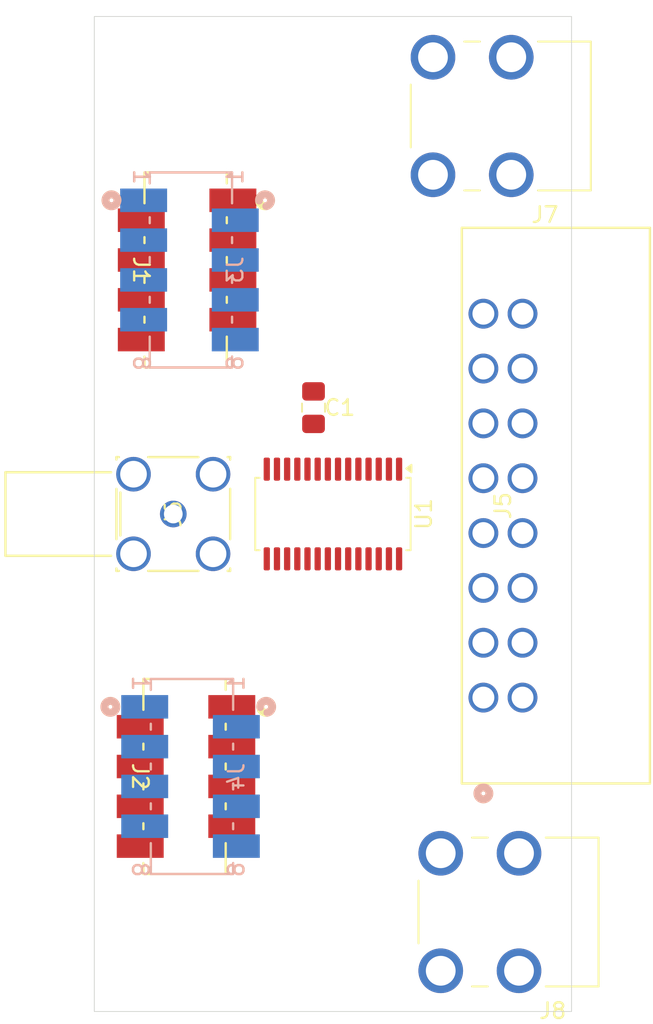
<source format=kicad_pcb>
(kicad_pcb (version 20241229) (generator "pcbnew") (generator_version "9.0")
  (layers (0 "F.Cu" signal) (2 "B.Cu" signal) (13 "F.Paste" user) (15 "B.Paste" user) (5 "F.SilkS" user "F.Silkscreen") (7 "B.SilkS" user "B.Silkscreen") (1 "F.Mask" user) (3 "B.Mask" user) (25 "Edge.Cuts" user))
  (net 0 "")
  (net 1 "+5V")
  (net 2 "Net-(U1-VPOS)")
  (net 3 "/A3")
  (net 4 "/A1")
  (net 5 "GND")
  (net 6 "/A0")
  (net 7 "/A2")
  (net 8 "/Enable")
  (net 9 "/Mux10")
  (net 10 "/Mux9")
  (net 11 "/Mux15")
  (net 12 "/Mux5")
  (net 13 "/Mux14")
  (net 14 "/Mux16")
  (net 15 "/Mux12")
  (net 16 "/Mux7")
  (net 17 "/Mux2")
  (net 18 "/Mux6")
  (net 19 "/Mux4")
  (net 20 "/Mux13")
  (net 21 "/Mux1")
  (net 22 "/Mux3")
  (net 23 "/Mux8")
  (net 24 "/Mux11")
  (net 25 "Net-(J6-In)")
  (footprint "Footprints:CONN_1787072_PXC" (layer "F.Cu") (at 154.8216 104.891601 90)
    (property "Reference" "J5" (at 12.250001 1.25 90) (layer "F.SilkS"))
    (property "Value" "1787072")
    (fp_line (start 29.979201 -1.377) (end -5.479199 -1.377) (stroke (width 0.1524)) (layer "F.SilkS"))
    (fp_line (start -5.479199 -1.377) (end -5.479199 10.6372) (stroke (width 0.1524)) (layer "F.SilkS"))
    (fp_line (start 29.979201 10.6372) (end 29.979201 -1.377) (stroke (width 0.1524)) (layer "F.SilkS"))
    (fp_line (start -5.479199 10.6372) (end 29.979201 10.6372) (stroke (width 0.1524)) (layer "F.SilkS"))
    (fp_circle (center -6.114199 0) (end -5.733199 0) (stroke (width 0.508)) (fill no) (layer "F.SilkS"))
    (fp_circle (center -6.114199 0) (end -5.733199 0) (stroke (width 0.508)) (fill no) (layer "B.SilkS"))
    (pad "1" thru_hole circle (at 0 0 90) (size 1.905 1.905) (drill 1.397) (layers "*.Cu" "*.Mask") (net 21 "/Mux1"))
    (pad "2" thru_hole circle (at 0 2.5 90) (size 1.905 1.905) (drill 1.397) (layers "*.Cu" "*.Mask") (net 17 "/Mux2"))
    (pad "3" thru_hole circle (at 3.500001 0 90) (size 1.905 1.905) (drill 1.397) (layers "*.Cu" "*.Mask") (net 22 "/Mux3"))
    (pad "4" thru_hole circle (at 3.500001 2.5 90) (size 1.905 1.905) (drill 1.397) (layers "*.Cu" "*.Mask") (net 19 "/Mux4"))
    (pad "5" thru_hole circle (at 7.000001 0 90) (size 1.905 1.905) (drill 1.397) (layers "*.Cu" "*.Mask") (net 12 "/Mux5"))
    (pad "6" thru_hole circle (at 7.000001 2.5 90) (size 1.905 1.905) (drill 1.397) (layers "*.Cu" "*.Mask") (net 18 "/Mux6"))
    (pad "7" thru_hole circle (at 10.500002 0 90) (size 1.905 1.905) (drill 1.397) (layers "*.Cu" "*.Mask") (net 16 "/Mux7"))
    (pad "8" thru_hole circle (at 10.500002 2.5 90) (size 1.905 1.905) (drill 1.397) (layers "*.Cu" "*.Mask") (net 23 "/Mux8"))
    (pad "9" thru_hole circle (at 14.000003 0 90) (size 1.905 1.905) (drill 1.397) (layers "*.Cu" "*.Mask") (net 10 "/Mux9"))
    (pad "10" thru_hole circle (at 14.000003 2.5 90) (size 1.905 1.905) (drill 1.397) (layers "*.Cu" "*.Mask") (net 9 "/Mux10"))
    (pad "11" thru_hole circle (at 17.500003 0 90) (size 1.905 1.905) (drill 1.397) (layers "*.Cu" "*.Mask") (net 24 "/Mux11"))
    (pad "12" thru_hole circle (at 17.500003 2.5 90) (size 1.905 1.905) (drill 1.397) (layers "*.Cu" "*.Mask") (net 15 "/Mux12"))
    (pad "13" thru_hole circle (at 21.000004 0 90) (size 1.905 1.905) (drill 1.397) (layers "*.Cu" "*.Mask") (net 20 "/Mux13"))
    (pad "14" thru_hole circle (at 21.000004 2.5 90) (size 1.905 1.905) (drill 1.397) (layers "*.Cu" "*.Mask") (net 13 "/Mux14"))
    (pad "15" thru_hole circle (at 24.500005 0 90) (size 1.905 1.905) (drill 1.397) (layers "*.Cu" "*.Mask") (net 11 "/Mux15"))
    (pad "16" thru_hole circle (at 24.500005 2.5 90) (size 1.905 1.905) (drill 1.397) (layers "*.Cu" "*.Mask") (net 14 "/Mux16"))
  )
  (footprint "Footprints:CONN_7-188275-8_TYC" (layer "F.Cu") (at 132.902463 105.48 -90)
    (property "Reference" "J2" (at 4.445 0 270) (layer "F.SilkS"))
    (property "Value" "MircoMatch")
    (fp_line (start -1.778 -0.2032) (end 0.18796 -0.2032) (stroke (width 0.1524)) (layer "F.SilkS"))
    (fp_line (start 2.35204 -0.2032) (end 2.72796 -0.2032) (stroke (width 0.1524)) (layer "F.SilkS"))
    (fp_line (start 4.89204 -0.2032) (end 5.26796 -0.2032) (stroke (width 0.1524)) (layer "F.SilkS"))
    (fp_line (start 7.43204 -0.2032) (end 7.80796 -0.2032) (stroke (width 0.1524)) (layer "F.SilkS"))
    (fp_line (start 9.97204 -0.2032) (end 10.668 -0.2032) (stroke (width 0.1524)) (layer "F.SilkS"))
    (fp_line (start 10.668 -0.2032) (end 10.668 -5.461) (stroke (width 0.1524)) (layer "F.SilkS"))
    (fp_line (start -1.778 -5.461) (end -1.778 -0.2032) (stroke (width 0.1524)) (layer "F.SilkS"))
    (fp_line (start -1.08204 -5.461) (end -1.778 -5.461) (stroke (width 0.1524)) (layer "F.SilkS"))
    (fp_line (start 1.45796 -5.461) (end 1.08204 -5.461) (stroke (width 0.1524)) (layer "F.SilkS"))
    (fp_line (start 3.99796 -5.461) (end 3.62204 -5.461) (stroke (width 0.1524)) (layer "F.SilkS"))
    (fp_line (start 6.53796 -5.461) (end 6.16204 -5.461) (stroke (width 0.1524)) (layer "F.SilkS"))
    (fp_line (start 10.668 -5.461) (end 8.70204 -5.461) (stroke (width 0.1524)) (layer "F.SilkS"))
    (fp_arc (start 0.372066 1.987025) (mid -0.300348 2.139418) (end 0.0108 1.524153) (stroke (width 0.508)) (layer "F.SilkS"))
    (fp_circle (center 0 1.905) (end 0.381 1.905) (stroke (width 0.508)) (fill no) (layer "B.SilkS"))
    (fp_text user "8" (at 10.3886 0 270) (layer "F.SilkS"))
    (fp_text user "8" (at 10.3886 0 270) (layer "F.SilkS"))
    (fp_text user "1" (at -1.4986 0 270) (layer "F.SilkS"))
    (fp_text user "1" (at -1.4986 0 270) (layer "F.SilkS"))
    (fp_text user "8" (at 10.3886 0 270) (layer "B.SilkS"))
    (fp_text user "1" (at -1.4986 0 270) (layer "B.SilkS"))
    (fp_text user "1" (at -1.4986 0 270) (layer "B.SilkS"))
    (fp_text user "8" (at 10.3886 0 270) (layer "B.SilkS"))
    (pad "1" smd rect (at 0 -5.849874 270) (size 1.4986 2.9972) (layers "F.Cu" "F.Mask" "F.Paste") (net 1 "+5V"))
    (pad "2" smd rect (at 1.27 0 270) (size 1.4986 2.9972) (layers "F.Cu" "F.Mask" "F.Paste") (net 1 "+5V"))
    (pad "3" smd rect (at 2.54 -5.849874 270) (size 1.4986 2.9972) (layers "F.Cu" "F.Mask" "F.Paste") (net 8 "/Enable"))
    (pad "4" smd rect (at 3.81 0 270) (size 1.4986 2.9972) (layers "F.Cu" "F.Mask" "F.Paste") (net 6 "/A0"))
    (pad "5" smd rect (at 5.08 -5.849874 270) (size 1.4986 2.9972) (layers "F.Cu" "F.Mask" "F.Paste") (net 4 "/A1"))
    (pad "6" smd rect (at 6.35 0 270) (size 1.4986 2.9972) (layers "F.Cu" "F.Mask" "F.Paste") (net 7 "/A2"))
    (pad "7" smd rect (at 7.62 -5.849874 270) (size 1.4986 2.9972) (layers "F.Cu" "F.Mask" "F.Paste") (net 3 "/A3"))
    (pad "8" smd rect (at 8.89 0 270) (size 1.4986 2.9972) (layers "F.Cu" "F.Mask" "F.Paste") (net 5 "GND"))
  )
  (footprint "Footprints:KEYSTONE_7792" (layer "F.Cu") (at 154.1018 67.775 180)
    (property "Reference" "J7" (at -4.655 -6.305 180) (layer "F.SilkS"))
    (property "Value" "Keystone 7792")
    (fp_line (start 3.92 -2) (end 3.92 2) (stroke (width 0.127)) (layer "F.SilkS"))
    (fp_line (start 0.5 4.75) (end -0.5 4.75) (stroke (width 0.127)) (layer "F.SilkS"))
    (fp_line (start 0.5 -4.75) (end -0.5 -4.75) (stroke (width 0.127)) (layer "F.SilkS"))
    (fp_line (start -4.21 -4.75) (end -7.58 -4.75) (stroke (width 0.127)) (layer "F.SilkS"))
    (fp_line (start -7.58 4.75) (end -4.21 4.75) (stroke (width 0.127)) (layer "F.SilkS"))
    (fp_line (start -7.58 -4.75) (end -7.58 4.75) (stroke (width 0.127)) (layer "F.SilkS"))
    (pad "1_1" thru_hole circle (at -2.5 -3.75 180) (size 2.85 2.85) (drill 1.9) (layers "*.Cu" "*.Mask"))
    (pad "1_2" thru_hole circle (at 2.5 -3.75 180) (size 2.85 2.85) (drill 1.9) (layers "*.Cu" "*.Mask"))
    (pad "1_3" thru_hole circle (at -2.5 3.75 180) (size 2.85 2.85) (drill 1.9) (layers "*.Cu" "*.Mask"))
    (pad "1_4" thru_hole circle (at 2.5 3.75 180) (size 2.85 2.85) (drill 1.9) (layers "*.Cu" "*.Mask"))
  )
  (footprint "Footprints:CONN_7-188275-8_TYC" (layer "F.Cu") (at 132.9718 73.155 -90)
    (property "Reference" "J1" (at 4.445 0 270) (layer "F.SilkS"))
    (property "Value" "MircoMatch")
    (fp_line (start -1.778 -0.2032) (end 0.18796 -0.2032) (stroke (width 0.1524)) (layer "F.SilkS"))
    (fp_line (start 2.35204 -0.2032) (end 2.72796 -0.2032) (stroke (width 0.1524)) (layer "F.SilkS"))
    (fp_line (start 4.89204 -0.2032) (end 5.26796 -0.2032) (stroke (width 0.1524)) (layer "F.SilkS"))
    (fp_line (start 7.43204 -0.2032) (end 7.80796 -0.2032) (stroke (width 0.1524)) (layer "F.SilkS"))
    (fp_line (start 9.97204 -0.2032) (end 10.668 -0.2032) (stroke (width 0.1524)) (layer "F.SilkS"))
    (fp_line (start 10.668 -0.2032) (end 10.668 -5.461) (stroke (width 0.1524)) (layer "F.SilkS"))
    (fp_line (start -1.778 -5.461) (end -1.778 -0.2032) (stroke (width 0.1524)) (layer "F.SilkS"))
    (fp_line (start -1.08204 -5.461) (end -1.778 -5.461) (stroke (width 0.1524)) (layer "F.SilkS"))
    (fp_line (start 1.45796 -5.461) (end 1.08204 -5.461) (stroke (width 0.1524)) (layer "F.SilkS"))
    (fp_line (start 3.99796 -5.461) (end 3.62204 -5.461) (stroke (width 0.1524)) (layer "F.SilkS"))
    (fp_line (start 6.53796 -5.461) (end 6.16204 -5.461) (stroke (width 0.1524)) (layer "F.SilkS"))
    (fp_line (start 10.668 -5.461) (end 8.70204 -5.461) (stroke (width 0.1524)) (layer "F.SilkS"))
    (fp_arc (start 0.372066 1.987025) (mid -0.300348 2.139418) (end 0.0108 1.524153) (stroke (width 0.508)) (layer "F.SilkS"))
    (fp_circle (center 0 1.905) (end 0.381 1.905) (stroke (width 0.508)) (fill no) (layer "B.SilkS"))
    (fp_text user "1" (at -1.4986 0 270) (layer "F.SilkS"))
    (fp_text user "8" (at 10.3886 0 270) (layer "F.SilkS"))
    (fp_text user "8" (at 10.3886 0 270) (layer "F.SilkS"))
    (fp_text user "1" (at -1.4986 0 270) (layer "F.SilkS"))
    (fp_text user "1" (at -1.4986 0 270) (layer "B.SilkS"))
    (fp_text user "8" (at 10.3886 0 270) (layer "B.SilkS"))
    (fp_text user "8" (at 10.3886 0 270) (layer "B.SilkS"))
    (fp_text user "1" (at -1.4986 0 270) (layer "B.SilkS"))
    (pad "1" smd rect (at 0 -5.849874 270) (size 1.4986 2.9972) (layers "F.Cu" "F.Mask" "F.Paste") (net 1 "+5V"))
    (pad "2" smd rect (at 1.27 0 270) (size 1.4986 2.9972) (layers "F.Cu" "F.Mask" "F.Paste") (net 1 "+5V"))
    (pad "3" smd rect (at 2.54 -5.849874 270) (size 1.4986 2.9972) (layers "F.Cu" "F.Mask" "F.Paste") (net 8 "/Enable"))
    (pad "4" smd rect (at 3.81 0 270) (size 1.4986 2.9972) (layers "F.Cu" "F.Mask" "F.Paste") (net 6 "/A0"))
    (pad "5" smd rect (at 5.08 -5.849874 270) (size 1.4986 2.9972) (layers "F.Cu" "F.Mask" "F.Paste") (net 4 "/A1"))
    (pad "6" smd rect (at 6.35 0 270) (size 1.4986 2.9972) (layers "F.Cu" "F.Mask" "F.Paste") (net 7 "/A2"))
    (pad "7" smd rect (at 7.62 -5.849874 270) (size 1.4986 2.9972) (layers "F.Cu" "F.Mask" "F.Paste") (net 3 "/A3"))
    (pad "8" smd rect (at 8.89 0 270) (size 1.4986 2.9972) (layers "F.Cu" "F.Mask" "F.Paste") (net 5 "GND"))
  )
  (footprint "Capacitor_SMD:C_0805_2012Metric_Pad1.18x1.45mm_HandSolder" (layer "F.Cu") (at 143.9718 86.3875 -90)
    (property "Reference" "C1" (at 0 -1.68 180) (layer "F.SilkS"))
    (property "Value" "100nF")
    (fp_line (start -0.261252 0.735) (end 0.261252 0.735) (stroke (width 0.12)) (layer "F.SilkS"))
    (fp_line (start -0.261252 -0.735) (end 0.261252 -0.735) (stroke (width 0.12)) (layer "F.SilkS"))
    (pad "1" smd roundrect (at -1.0375 0 270) (size 1.175 1.45) (layers "F.Cu" "F.Mask" "F.Paste") (roundrect_rratio 0.212766) (net 1 "+5V"))
    (pad "2" smd roundrect (at 1.0375 0 270) (size 1.175 1.45) (layers "F.Cu" "F.Mask" "F.Paste") (roundrect_rratio 0.212766) (net 2 "Net-(U1-VPOS)"))
  )
  (footprint "Package_SO:TSSOP-28_4.4x9.7mm_P0.65mm" (layer "F.Cu") (at 145.2118 93.175 -90)
    (property "Reference" "U1" (at 0 -5.8 90) (layer "F.SilkS"))
    (property "Value" "DG1206EUI+")
    (fp_line (start -2.31 4.96) (end -2.31 4.685) (stroke (width 0.12)) (layer "F.SilkS"))
    (fp_line (start 0 4.96) (end -2.31 4.96) (stroke (width 0.12)) (layer "F.SilkS"))
    (fp_line (start 0 4.96) (end 2.31 4.96) (stroke (width 0.12)) (layer "F.SilkS"))
    (fp_line (start 2.31 4.96) (end 2.31 4.685) (stroke (width 0.12)) (layer "F.SilkS"))
    (fp_line (start -2.31 -4.96) (end -2.31 -4.685) (stroke (width 0.12)) (layer "F.SilkS"))
    (fp_line (start 0 -4.96) (end -2.31 -4.96) (stroke (width 0.12)) (layer "F.SilkS"))
    (fp_line (start 0 -4.96) (end 2.31 -4.96) (stroke (width 0.12)) (layer "F.SilkS"))
    (fp_line (start 2.31 -4.96) (end 2.31 -4.685) (stroke (width 0.12)) (layer "F.SilkS"))
    (fp_poly (pts (xy -2.9 -4.685) (xy -3.14 -5.015) (xy -2.66 -5.015)) (stroke (width 0.12)) (fill yes) (layer "F.SilkS"))
    (pad "1" smd roundrect (at -2.8625 -4.225 270) (size 1.475 0.4) (layers "F.Cu" "F.Mask" "F.Paste") (net 2 "Net-(U1-VPOS)"))
    (pad "2" smd roundrect (at -2.8625 -3.575 270) (size 1.475 0.4) (layers "F.Cu" "F.Mask" "F.Paste"))
    (pad "3" smd roundrect (at -2.8625 -2.925 270) (size 1.475 0.4) (layers "F.Cu" "F.Mask" "F.Paste"))
    (pad "4" smd roundrect (at -2.8625 -2.275 270) (size 1.475 0.4) (layers "F.Cu" "F.Mask" "F.Paste") (net 14 "/Mux16"))
    (pad "5" smd roundrect (at -2.8625 -1.625 270) (size 1.475 0.4) (layers "F.Cu" "F.Mask" "F.Paste") (net 11 "/Mux15"))
    (pad "6" smd roundrect (at -2.8625 -0.975 270) (size 1.475 0.4) (layers "F.Cu" "F.Mask" "F.Paste") (net 13 "/Mux14"))
    (pad "7" smd roundrect (at -2.8625 -0.325 270) (size 1.475 0.4) (layers "F.Cu" "F.Mask" "F.Paste") (net 20 "/Mux13"))
    (pad "8" smd roundrect (at -2.8625 0.325 270) (size 1.475 0.4) (layers "F.Cu" "F.Mask" "F.Paste") (net 15 "/Mux12"))
    (pad "9" smd roundrect (at -2.8625 0.975 270) (size 1.475 0.4) (layers "F.Cu" "F.Mask" "F.Paste") (net 24 "/Mux11"))
    (pad "10" smd roundrect (at -2.8625 1.625 270) (size 1.475 0.4) (layers "F.Cu" "F.Mask" "F.Paste") (net 9 "/Mux10"))
    (pad "11" smd roundrect (at -2.8625 2.275 270) (size 1.475 0.4) (layers "F.Cu" "F.Mask" "F.Paste") (net 10 "/Mux9"))
    (pad "12" smd roundrect (at -2.8625 2.925 270) (size 1.475 0.4) (layers "F.Cu" "F.Mask" "F.Paste") (net 5 "GND"))
    (pad "13" smd roundrect (at -2.8625 3.575 270) (size 1.475 0.4) (layers "F.Cu" "F.Mask" "F.Paste"))
    (pad "14" smd roundrect (at -2.8625 4.225 270) (size 1.475 0.4) (layers "F.Cu" "F.Mask" "F.Paste") (net 3 "/A3"))
    (pad "15" smd roundrect (at 2.8625 4.225 270) (size 1.475 0.4) (layers "F.Cu" "F.Mask" "F.Paste") (net 7 "/A2"))
    (pad "16" smd roundrect (at 2.8625 3.575 270) (size 1.475 0.4) (layers "F.Cu" "F.Mask" "F.Paste") (net 4 "/A1"))
    (pad "17" smd roundrect (at 2.8625 2.925 270) (size 1.475 0.4) (layers "F.Cu" "F.Mask" "F.Paste") (net 6 "/A0"))
    (pad "18" smd roundrect (at 2.8625 2.275 270) (size 1.475 0.4) (layers "F.Cu" "F.Mask" "F.Paste") (net 8 "/Enable"))
    (pad "19" smd roundrect (at 2.8625 1.625 270) (size 1.475 0.4) (layers "F.Cu" "F.Mask" "F.Paste") (net 21 "/Mux1"))
    (pad "20" smd roundrect (at 2.8625 0.975 270) (size 1.475 0.4) (layers "F.Cu" "F.Mask" "F.Paste") (net 17 "/Mux2"))
    (pad "21" smd roundrect (at 2.8625 0.325 270) (size 1.475 0.4) (layers "F.Cu" "F.Mask" "F.Paste") (net 22 "/Mux3"))
    (pad "22" smd roundrect (at 2.8625 -0.325 270) (size 1.475 0.4) (layers "F.Cu" "F.Mask" "F.Paste") (net 19 "/Mux4"))
    (pad "23" smd roundrect (at 2.8625 -0.975 270) (size 1.475 0.4) (layers "F.Cu" "F.Mask" "F.Paste") (net 12 "/Mux5"))
    (pad "24" smd roundrect (at 2.8625 -1.625 270) (size 1.475 0.4) (layers "F.Cu" "F.Mask" "F.Paste") (net 18 "/Mux6"))
    (pad "25" smd roundrect (at 2.8625 -2.275 270) (size 1.475 0.4) (layers "F.Cu" "F.Mask" "F.Paste") (net 16 "/Mux7"))
    (pad "26" smd roundrect (at 2.8625 -2.925 270) (size 1.475 0.4) (layers "F.Cu" "F.Mask" "F.Paste") (net 23 "/Mux8"))
    (pad "27" smd roundrect (at 2.8625 -3.575 270) (size 1.475 0.4) (layers "F.Cu" "F.Mask" "F.Paste") (net 5 "GND"))
    (pad "28" smd roundrect (at 2.8625 -4.225 270) (size 1.475 0.4) (layers "F.Cu" "F.Mask" "F.Paste") (net 25 "Net-(J6-In)"))
  )
  (footprint "Footprints:KEYSTONE_7792" (layer "F.Cu") (at 154.5968 118.575 180)
    (property "Reference" "J8" (at -4.655 -6.305 0) (layer "F.SilkS"))
    (property "Value" "Keystone 7792")
    (fp_line (start 3.92 -2) (end 3.92 2) (stroke (width 0.127)) (layer "F.SilkS"))
    (fp_line (start 0.5 4.75) (end -0.5 4.75) (stroke (width 0.127)) (layer "F.SilkS"))
    (fp_line (start 0.5 -4.75) (end -0.5 -4.75) (stroke (width 0.127)) (layer "F.SilkS"))
    (fp_line (start -4.21 -4.75) (end -7.58 -4.75) (stroke (width 0.127)) (layer "F.SilkS"))
    (fp_line (start -7.58 4.75) (end -4.21 4.75) (stroke (width 0.127)) (layer "F.SilkS"))
    (fp_line (start -7.58 -4.75) (end -7.58 4.75) (stroke (width 0.127)) (layer "F.SilkS"))
    (pad "1_1" thru_hole circle (at -2.5 -3.75 180) (size 2.85 2.85) (drill 1.9) (layers "*.Cu" "*.Mask"))
    (pad "1_2" thru_hole circle (at 2.5 -3.75 180) (size 2.85 2.85) (drill 1.9) (layers "*.Cu" "*.Mask"))
    (pad "1_3" thru_hole circle (at -2.5 3.75 180) (size 2.85 2.85) (drill 1.9) (layers "*.Cu" "*.Mask"))
    (pad "1_4" thru_hole circle (at 2.5 3.75 180) (size 2.85 2.85) (drill 1.9) (layers "*.Cu" "*.Mask"))
  )
  (footprint "Footprints:CONN_142146_AMP" (layer "F.Cu") (at 135.0151 93.175 90)
    (property "Reference" "J6" (at 0 0 90) (layer "F.SilkS"))
    (property "Value" "SMB")
    (fp_line (start 2.667 -10.7188) (end -2.667 -10.7188) (stroke (width 0.1524)) (layer "F.SilkS"))
    (fp_line (start -2.667 -10.7188) (end -2.667 -3.972019) (stroke (width 0.1524)) (layer "F.SilkS"))
    (fp_line (start 2.667 -3.972019) (end 2.667 -10.7188) (stroke (width 0.1524)) (layer "F.SilkS"))
    (fp_line (start 3.6322 -3.6322) (end 3.47483 -3.6322) (stroke (width 0.1524)) (layer "F.SilkS"))
    (fp_line (start 1.60517 -3.6322) (end -1.60517 -3.6322) (stroke (width 0.1524)) (layer "F.SilkS"))
    (fp_line (start -3.47483 -3.6322) (end -3.6322 -3.6322) (stroke (width 0.1524)) (layer "F.SilkS"))
    (fp_line (start -3.6322 -3.6322) (end -3.6322 -3.47483) (stroke (width 0.1524)) (layer "F.SilkS"))
    (fp_line (start 3.6322 -3.47483) (end 3.6322 -3.6322) (stroke (width 0.1524)) (layer "F.SilkS"))
    (fp_line (start -1.371998 -3.3782) (end 1.371998 -3.3782) (stroke (width 0.1524)) (layer "F.SilkS"))
    (fp_line (start -3.6322 -1.60517) (end -3.6322 1.60517) (stroke (width 0.1524)) (layer "F.SilkS"))
    (fp_line (start 3.6322 1.60517) (end 3.6322 -1.60517) (stroke (width 0.1524)) (layer "F.SilkS"))
    (fp_line (start -3.6322 3.47483) (end -3.6322 3.6322) (stroke (width 0.1524)) (layer "F.SilkS"))
    (fp_line (start 3.6322 3.6322) (end 3.6322 3.47483) (stroke (width 0.1524)) (layer "F.SilkS"))
    (fp_line (start 3.47483 3.6322) (end 3.6322 3.6322) (stroke (width 0.1524)) (layer "F.SilkS"))
    (fp_line (start -1.60517 3.6322) (end 1.60517 3.6322) (stroke (width 0.1524)) (layer "F.SilkS"))
    (fp_line (start -3.6322 3.6322) (end -3.47483 3.6322) (stroke (width 0.1524)) (layer "F.SilkS"))
    (pad "1" thru_hole circle (at 0 0 90) (size 1.7018 1.7018) (drill 1.1938) (layers "*.Cu" "*.Mask") (net 25 "Net-(J6-In)"))
    (pad "2" thru_hole circle (at -2.54 -2.54 90) (size 2.2098 2.2098) (drill 1.7018) (layers "*.Cu" "*.Mask") (net 5 "GND"))
    (pad "3" thru_hole circle (at -2.54 2.54 90) (size 2.2098 2.2098) (drill 1.7018) (layers "*.Cu" "*.Mask"))
    (pad "4" thru_hole circle (at 2.54 2.54 90) (size 2.2098 2.2098) (drill 1.7018) (layers "*.Cu" "*.Mask"))
    (pad "5" thru_hole circle (at 2.54 -2.54 90) (size 2.2098 2.2098) (drill 1.7018) (layers "*.Cu" "*.Mask"))
  )
  (footprint "Footprints:CONN_7-188275-8_TYC" (layer "B.Cu") (at 139.041137 105.48 -90)
    (property "Reference" "J4" (at 4.445 0 90) (layer "B.SilkS") (effects (justify mirror)))
    (property "Value" "MircoMatch")
    (fp_circle (center 0 -1.905) (end 0.381 -1.905) (stroke (width 0.508)) (fill no) (layer "F.SilkS"))
    (fp_line (start -1.778 5.461) (end -1.778 0.2032) (stroke (width 0.1524)) (layer "B.SilkS"))
    (fp_line (start -1.08204 5.461) (end -1.778 5.461) (stroke (width 0.1524)) (layer "B.SilkS"))
    (fp_line (start 1.45796 5.461) (end 1.08204 5.461) (stroke (width 0.1524)) (layer "B.SilkS"))
    (fp_line (start 3.99796 5.461) (end 3.62204 5.461) (stroke (width 0.1524)) (layer "B.SilkS"))
    (fp_line (start 6.53796 5.461) (end 6.16204 5.461) (stroke (width 0.1524)) (layer "B.SilkS"))
    (fp_line (start 10.668 5.461) (end 8.70204 5.461) (stroke (width 0.1524)) (layer "B.SilkS"))
    (fp_line (start -1.778 0.2032) (end 0.18796 0.2032) (stroke (width 0.1524)) (layer "B.SilkS"))
    (fp_line (start 2.35204 0.2032) (end 2.72796 0.2032) (stroke (width 0.1524)) (layer "B.SilkS"))
    (fp_line (start 4.89204 0.2032) (end 5.26796 0.2032) (stroke (width 0.1524)) (layer "B.SilkS"))
    (fp_line (start 7.43204 0.2032) (end 7.80796 0.2032) (stroke (width 0.1524)) (layer "B.SilkS"))
    (fp_line (start 9.97204 0.2032) (end 10.668 0.2032) (stroke (width 0.1524)) (layer "B.SilkS"))
    (fp_line (start 10.668 0.2032) (end 10.668 5.461) (stroke (width 0.1524)) (layer "B.SilkS"))
    (fp_arc (start 0.0108 -1.524153) (mid -0.300348 -2.139418) (end 0.372066 -1.987025) (stroke (width 0.508)) (layer "B.SilkS"))
    (fp_text user "8" (at 10.3886 0 90) (layer "F.SilkS") (effects (justify mirror)))
    (fp_text user "8" (at 10.3886 0 90) (layer "F.SilkS") (effects (justify mirror)))
    (fp_text user "1" (at -1.4986 0 90) (layer "F.SilkS") (effects (justify mirror)))
    (fp_text user "1" (at -1.4986 0 90) (layer "F.SilkS") (effects (justify mirror)))
    (fp_text user "1" (at -1.4986 0 90) (layer "B.SilkS") (effects (justify mirror)))
    (fp_text user "8" (at 10.3886 0 90) (layer "B.SilkS") (effects (justify mirror)))
    (fp_text user "8" (at 10.3886 0 90) (layer "B.SilkS") (effects (justify mirror)))
    (fp_text user "1" (at -1.4986 0 90) (layer "B.SilkS") (effects (justify mirror)))
    (pad "1" smd rect (at 0 5.849874 270) (size 1.4986 2.9972) (layers "B.Cu" "B.Mask" "B.Paste") (net 1 "+5V"))
    (pad "2" smd rect (at 1.27 0 270) (size 1.4986 2.9972) (layers "B.Cu" "B.Mask" "B.Paste") (net 1 "+5V"))
    (pad "3" smd rect (at 2.54 5.849874 270) (size 1.4986 2.9972) (layers "B.Cu" "B.Mask" "B.Paste") (net 8 "/Enable"))
    (pad "4" smd rect (at 3.81 0 270) (size 1.4986 2.9972) (layers "B.Cu" "B.Mask" "B.Paste") (net 6 "/A0"))
    (pad "5" smd rect (at 5.08 5.849874 270) (size 1.4986 2.9972) (layers "B.Cu" "B.Mask" "B.Paste") (net 4 "/A1"))
    (pad "6" smd rect (at 6.35 0 270) (size 1.4986 2.9972) (layers "B.Cu" "B.Mask" "B.Paste") (net 7 "/A2"))
    (pad "7" smd rect (at 7.62 5.849874 270) (size 1.4986 2.9972) (layers "B.Cu" "B.Mask" "B.Paste") (net 3 "/A3"))
    (pad "8" smd rect (at 8.89 0 270) (size 1.4986 2.9972) (layers "B.Cu" "B.Mask" "B.Paste") (net 5 "GND"))
  )
  (footprint "Footprints:CONN_7-188275-8_TYC" (layer "B.Cu") (at 138.9718 73.155 -90)
    (property "Reference" "J3" (at 4.445 0 90) (layer "B.SilkS") (effects (justify mirror)))
    (property "Value" "MircoMatch")
    (fp_circle (center 0 -1.905) (end 0.381 -1.905) (stroke (width 0.508)) (fill no) (layer "F.SilkS"))
    (fp_line (start -1.778 5.461) (end -1.778 0.2032) (stroke (width 0.1524)) (layer "B.SilkS"))
    (fp_line (start -1.08204 5.461) (end -1.778 5.461) (stroke (width 0.1524)) (layer "B.SilkS"))
    (fp_line (start 1.45796 5.461) (end 1.08204 5.461) (stroke (width 0.1524)) (layer "B.SilkS"))
    (fp_line (start 3.99796 5.461) (end 3.62204 5.461) (stroke (width 0.1524)) (layer "B.SilkS"))
    (fp_line (start 6.53796 5.461) (end 6.16204 5.461) (stroke (width 0.1524)) (layer "B.SilkS"))
    (fp_line (start 10.668 5.461) (end 8.70204 5.461) (stroke (width 0.1524)) (layer "B.SilkS"))
    (fp_line (start -1.778 0.2032) (end 0.18796 0.2032) (stroke (width 0.1524)) (layer "B.SilkS"))
    (fp_line (start 2.35204 0.2032) (end 2.72796 0.2032) (stroke (width 0.1524)) (layer "B.SilkS"))
    (fp_line (start 4.89204 0.2032) (end 5.26796 0.2032) (stroke (width 0.1524)) (layer "B.SilkS"))
    (fp_line (start 7.43204 0.2032) (end 7.80796 0.2032) (stroke (width 0.1524)) (layer "B.SilkS"))
    (fp_line (start 9.97204 0.2032) (end 10.668 0.2032) (stroke (width 0.1524)) (layer "B.SilkS"))
    (fp_line (start 10.668 0.2032) (end 10.668 5.461) (stroke (width 0.1524)) (layer "B.SilkS"))
    (fp_arc (start 0.0108 -1.524153) (mid -0.300348 -2.139418) (end 0.372066 -1.987025) (stroke (width 0.508)) (layer "B.SilkS"))
    (fp_text user "1" (at -1.4986 0 90) (layer "F.SilkS") (effects (justify mirror)))
    (fp_text user "8" (at 10.3886 0 90) (layer "F.SilkS") (effects (justify mirror)))
    (fp_text user "8" (at 10.3886 0 90) (layer "F.SilkS") (effects (justify mirror)))
    (fp_text user "1" (at -1.4986 0 90) (layer "F.SilkS") (effects (justify mirror)))
    (fp_text user "8" (at 10.3886 0 90) (layer "B.SilkS") (effects (justify mirror)))
    (fp_text user "8" (at 10.3886 0 90) (layer "B.SilkS") (effects (justify mirror)))
    (fp_text user "1" (at -1.4986 0 90) (layer "B.SilkS") (effects (justify mirror)))
    (fp_text user "1" (at -1.4986 0 90) (layer "B.SilkS") (effects (justify mirror)))
    (pad "1" smd rect (at 0 5.849874 270) (size 1.4986 2.9972) (layers "B.Cu" "B.Mask" "B.Paste") (net 1 "+5V"))
    (pad "2" smd rect (at 1.27 0 270) (size 1.4986 2.9972) (layers "B.Cu" "B.Mask" "B.Paste") (net 1 "+5V"))
    (pad "3" smd rect (at 2.54 5.849874 270) (size 1.4986 2.9972) (layers "B.Cu" "B.Mask" "B.Paste") (net 8 "/Enable"))
    (pad "4" smd rect (at 3.81 0 270) (size 1.4986 2.9972) (layers "B.Cu" "B.Mask" "B.Paste") (net 6 "/A0"))
    (pad "5" smd rect (at 5.08 5.849874 270) (size 1.4986 2.9972) (layers "B.Cu" "B.Mask" "B.Paste") (net 4 "/A1"))
    (pad "6" smd rect (at 6.35 0 270) (size 1.4986 2.9972) (layers "B.Cu" "B.Mask" "B.Paste") (net 7 "/A2"))
    (pad "7" smd rect (at 7.62 5.849874 270) (size 1.4986 2.9972) (layers "B.Cu" "B.Mask" "B.Paste") (net 3 "/A3"))
    (pad "8" smd rect (at 8.89 0 270) (size 1.4986 2.9972) (layers "B.Cu" "B.Mask" "B.Paste") (net 5 "GND"))
  )
  (gr_rect (start 129.9718 124.925) (end 160.4518 61.425) (stroke (width 0.05)) (fill no) (layer "Edge.Cuts"))
)
</source>
